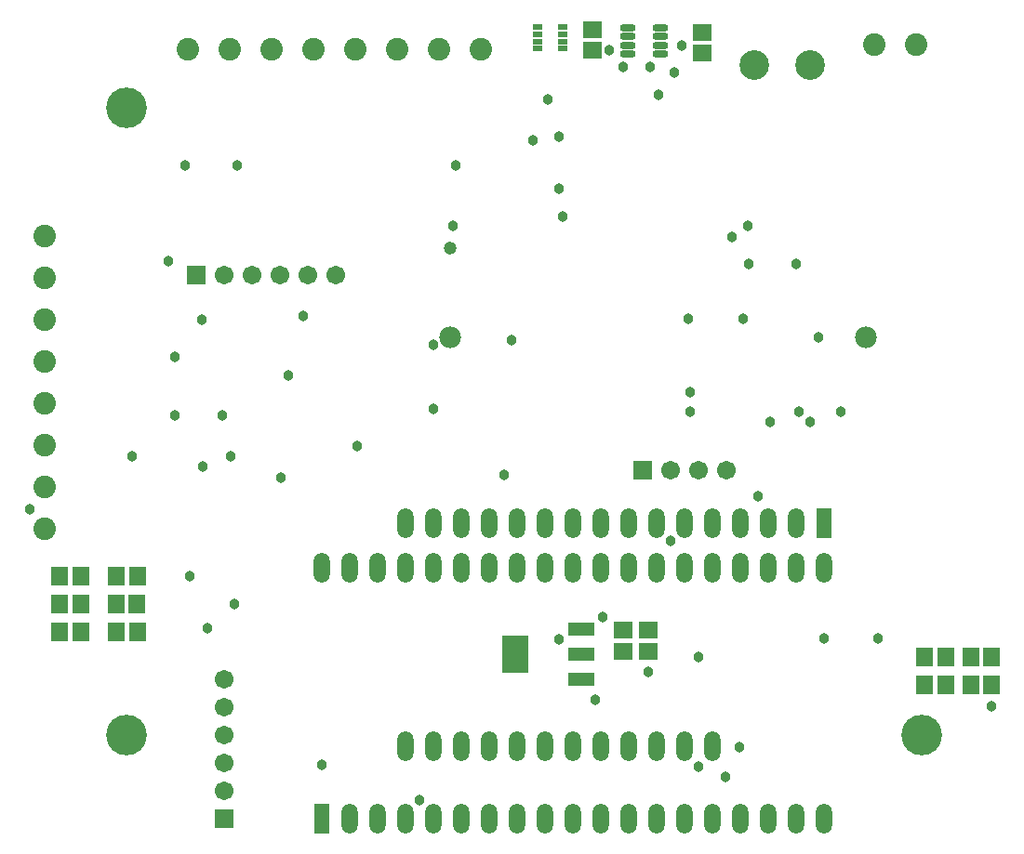
<source format=gts>
G04*
G04 #@! TF.GenerationSoftware,Altium Limited,Altium Designer,19.1.8 (144)*
G04*
G04 Layer_Color=8388736*
%FSLAX25Y25*%
%MOIN*%
G70*
G01*
G75*
%ADD16R,0.05918X0.06706*%
G04:AMPARAMS|DCode=17|XSize=55.24mil|YSize=23.75mil|CornerRadius=7.94mil|HoleSize=0mil|Usage=FLASHONLY|Rotation=0.000|XOffset=0mil|YOffset=0mil|HoleType=Round|Shape=RoundedRectangle|*
%AMROUNDEDRECTD17*
21,1,0.05524,0.00787,0,0,0.0*
21,1,0.03937,0.02375,0,0,0.0*
1,1,0.01587,0.01968,-0.00394*
1,1,0.01587,-0.01968,-0.00394*
1,1,0.01587,-0.01968,0.00394*
1,1,0.01587,0.01968,0.00394*
%
%ADD17ROUNDEDRECTD17*%
%ADD18R,0.03556X0.02178*%
%ADD19R,0.09461X0.13792*%
%ADD20R,0.09461X0.04737*%
%ADD21R,0.06706X0.05918*%
%ADD22C,0.08083*%
%ADD23O,0.05800X0.10800*%
%ADD24R,0.05800X0.10800*%
%ADD25R,0.06706X0.06706*%
%ADD26C,0.06706*%
%ADD27R,0.06706X0.06706*%
%ADD28C,0.10642*%
%ADD29C,0.14567*%
%ADD30C,0.07828*%
%ADD31C,0.04698*%
%ADD32C,0.03800*%
D16*
X302799Y38000D02*
D03*
X310279D02*
D03*
Y48000D02*
D03*
X302799D02*
D03*
X286260Y38000D02*
D03*
X293740D02*
D03*
X-16260Y57000D02*
D03*
X-23740D02*
D03*
X-3468D02*
D03*
X4012D02*
D03*
X-3647Y67000D02*
D03*
X3834D02*
D03*
X-23740D02*
D03*
X-16260D02*
D03*
X-23740Y77000D02*
D03*
X-16260D02*
D03*
X286260Y48000D02*
D03*
X293740D02*
D03*
X-3468Y77000D02*
D03*
X4012D02*
D03*
D17*
X191517Y273724D02*
D03*
Y270575D02*
D03*
Y267425D02*
D03*
Y264276D02*
D03*
X179706D02*
D03*
Y267425D02*
D03*
Y270575D02*
D03*
Y273724D02*
D03*
D18*
X156429Y273839D02*
D03*
Y271280D02*
D03*
Y268720D02*
D03*
Y266161D02*
D03*
X147571D02*
D03*
Y268720D02*
D03*
Y271280D02*
D03*
Y273839D02*
D03*
D19*
X139378Y49000D02*
D03*
D20*
X163000Y58055D02*
D03*
Y49000D02*
D03*
Y39945D02*
D03*
D21*
X178000Y57480D02*
D03*
Y50000D02*
D03*
X187000D02*
D03*
Y57480D02*
D03*
X167000Y265520D02*
D03*
Y273000D02*
D03*
X206362Y272091D02*
D03*
Y264611D02*
D03*
D22*
X283000Y267717D02*
D03*
X268000D02*
D03*
X52000Y265841D02*
D03*
X37000D02*
D03*
X22000D02*
D03*
X112000D02*
D03*
X97000D02*
D03*
X82000D02*
D03*
X67000D02*
D03*
X127000D02*
D03*
X-29345Y93871D02*
D03*
Y108871D02*
D03*
Y123871D02*
D03*
Y138871D02*
D03*
Y168871D02*
D03*
Y198871D02*
D03*
Y183871D02*
D03*
Y153871D02*
D03*
D23*
X100000Y16000D02*
D03*
X110000D02*
D03*
X120000D02*
D03*
X130000D02*
D03*
X140000D02*
D03*
X150000D02*
D03*
X160000D02*
D03*
X170000D02*
D03*
X180000D02*
D03*
X190000D02*
D03*
X200000D02*
D03*
X210000D02*
D03*
X100000Y96000D02*
D03*
X110000D02*
D03*
X120000D02*
D03*
X130000D02*
D03*
X140000D02*
D03*
X150000D02*
D03*
X160000D02*
D03*
X170000D02*
D03*
X180000D02*
D03*
X190000D02*
D03*
X200000D02*
D03*
X210000D02*
D03*
X220000D02*
D03*
X230000D02*
D03*
X240000D02*
D03*
X80000Y-10000D02*
D03*
X90000D02*
D03*
X100000D02*
D03*
X110000D02*
D03*
X120000D02*
D03*
X130000D02*
D03*
X140000D02*
D03*
X150000D02*
D03*
X160000D02*
D03*
X170000D02*
D03*
X180000D02*
D03*
X190000D02*
D03*
X200000D02*
D03*
X210000D02*
D03*
X220000D02*
D03*
X230000D02*
D03*
X240000D02*
D03*
X250000D02*
D03*
X70000Y80000D02*
D03*
X80000D02*
D03*
X90000D02*
D03*
X100000D02*
D03*
X110000D02*
D03*
X120000D02*
D03*
X130000D02*
D03*
X140000D02*
D03*
X150000D02*
D03*
X160000D02*
D03*
X170000D02*
D03*
X180000D02*
D03*
X190000D02*
D03*
X200000D02*
D03*
X210000D02*
D03*
X220000D02*
D03*
X230000D02*
D03*
X240000D02*
D03*
X250000D02*
D03*
D24*
Y96000D02*
D03*
X70000Y-10000D02*
D03*
D25*
X35000D02*
D03*
D26*
Y0D02*
D03*
Y10000D02*
D03*
Y20000D02*
D03*
Y30000D02*
D03*
Y40000D02*
D03*
X195000Y115000D02*
D03*
X205000D02*
D03*
X215000D02*
D03*
X75000Y185000D02*
D03*
X65000D02*
D03*
X55000D02*
D03*
X45000D02*
D03*
X35000D02*
D03*
D27*
X185000Y115000D02*
D03*
X25000Y185000D02*
D03*
D28*
X245000Y260247D02*
D03*
X225315D02*
D03*
D29*
X0Y245000D02*
D03*
X285000Y20000D02*
D03*
X0D02*
D03*
D30*
X116102Y162740D02*
D03*
X265000D02*
D03*
D31*
X116102Y194630D02*
D03*
D32*
X55369Y112190D02*
D03*
X27462Y116197D02*
D03*
X201497Y169188D02*
D03*
X155086Y234586D02*
D03*
X15000Y189895D02*
D03*
X240190Y189000D02*
D03*
X190862Y249472D02*
D03*
X230862Y132176D02*
D03*
X245000D02*
D03*
X110000Y137000D02*
D03*
Y160000D02*
D03*
X27231Y168926D02*
D03*
X17462Y134611D02*
D03*
X34362D02*
D03*
X2000Y120000D02*
D03*
X37423D02*
D03*
X241000Y136000D02*
D03*
X118000Y224295D02*
D03*
X214882Y5004D02*
D03*
X205000Y8495D02*
D03*
X219924Y15629D02*
D03*
X105062Y-3205D02*
D03*
X205000Y48000D02*
D03*
X269362Y54768D02*
D03*
X250000D02*
D03*
X155086Y216000D02*
D03*
X156362Y206000D02*
D03*
X199000Y267425D02*
D03*
X117315Y202695D02*
D03*
X151000Y247890D02*
D03*
X178000Y259595D02*
D03*
X187962D02*
D03*
X222702Y202577D02*
D03*
X310279Y30195D02*
D03*
X187000Y42524D02*
D03*
X196362Y257595D02*
D03*
X173086Y265520D02*
D03*
X17462Y155678D02*
D03*
X170662Y62395D02*
D03*
X155062Y54395D02*
D03*
X138262Y161595D02*
D03*
X217162Y198495D02*
D03*
X135562Y113395D02*
D03*
X145762Y233295D02*
D03*
X70000Y9395D02*
D03*
X-34538Y100871D02*
D03*
X58262Y149095D02*
D03*
X226562Y105595D02*
D03*
X22962Y77000D02*
D03*
X82662Y123495D02*
D03*
X63362Y170295D02*
D03*
X195062Y89595D02*
D03*
X38962Y66995D02*
D03*
X29257Y58395D02*
D03*
X39862Y224295D02*
D03*
X21000D02*
D03*
X168000Y32559D02*
D03*
X248000Y162740D02*
D03*
X221000Y169402D02*
D03*
X202000Y136000D02*
D03*
Y143000D02*
D03*
X223000Y189000D02*
D03*
X256000Y136000D02*
D03*
M02*

</source>
